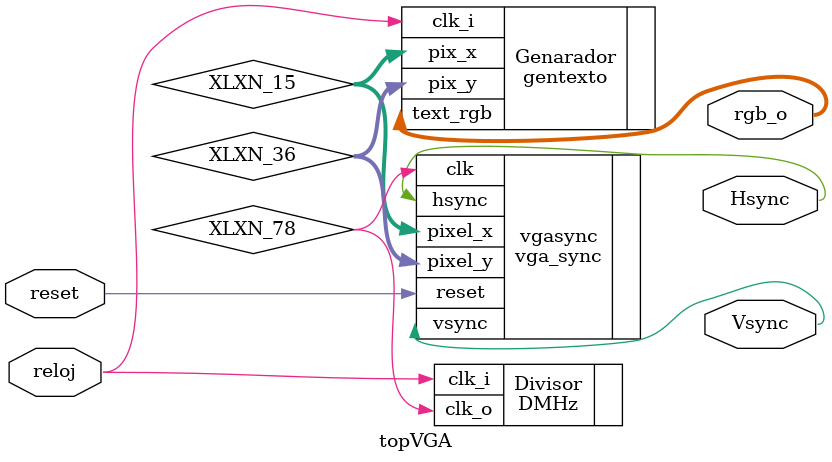
<source format=v>
`timescale 1ns / 1ps

module topVGA(reloj,
				  reset,
              Hsync, 
              rgb_o, 
              Vsync);

    input wire reloj;
	 input wire reset;
    
   output Hsync;
   output [2:0] rgb_o;
   output Vsync;
   
   wire [9:0] XLXN_15;//
   wire [9:0] XLXN_36;//
   wire XLXN_78;//
   
   DMHz  Divisor (.clk_i(reloj),.clk_o(XLXN_78));
	
   vga_sync  vgasync (.clk(XLXN_78), 
               .reset(reset), 
               .hsync(Hsync), 
               .pixel_x(XLXN_15[9:0]), 
               .pixel_y(XLXN_36[9:0]), 
               .vsync(Vsync));
					
   gentexto  Genarador (.clk_i(reloj),
							 .pix_x(XLXN_15[9:0]), 
                      .pix_y(XLXN_36[9:0]), 
                      .text_rgb(rgb_o[2:0]));
							 
   
					  
endmodule


</source>
